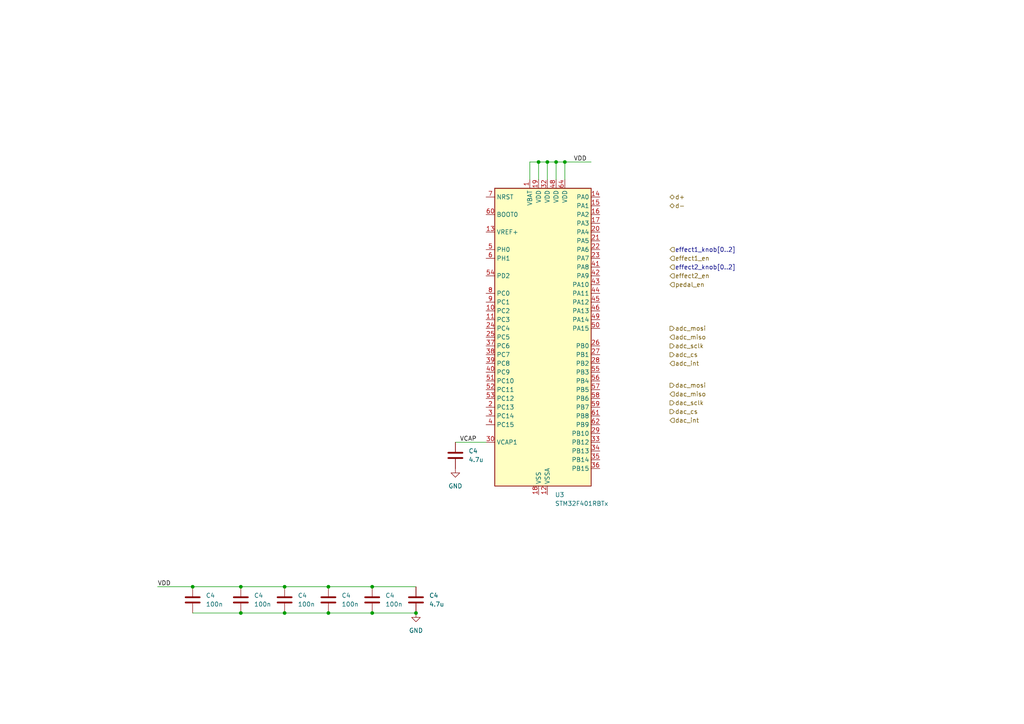
<source format=kicad_sch>
(kicad_sch (version 20230121) (generator eeschema)
  (paper "A4")
  (lib_symbols
    (symbol "Device:C" (pin_numbers hide) (pin_names (offset 0.254))
      (property "Reference" "C" (at 0.635 2.54 0))
      (property "Value" "C" (at 0.635 -2.54 0))
      (symbol "C_0_1"
        (polyline (pts (xy -2.032 -0.762) (xy 2.032 -0.762)) (stroke (width 0.508)))
        (polyline (pts (xy -2.032 0.762) (xy 2.032 0.762)) (stroke (width 0.508)))
      )
      (symbol "C_1_1"
        (pin passive line (at 0 3.81 270) (length 2.794) (name "~") (number "1"))
        (pin passive line (at 0 -3.81 90) (length 2.794) (name "~") (number "2"))
      )
    )
    (symbol "MCU_ST_STM32F4:STM32F401RBTx"
      (property "Reference" "U" (at -12.7 44.45 0))
      (property "Value" "STM32F401RBTx" (at 10.16 44.45 0))
      (symbol "STM32F401RBTx_0_1"
        (rectangle (start -12.7 -43.18) (end 15.24 43.18) (stroke (width 0.254)) (fill (type background)))
      )
      (symbol "STM32F401RBTx_1_1"
        (pin power_in line (at -2.54 45.72 270) (length 2.54) (name "VBAT") (number "1"))
        (pin bidirectional line (at -15.24 7.62 0) (length 2.54) (name "PC2") (number "10"))
        (pin bidirectional line (at -15.24 5.08 0) (length 2.54) (name "PC3") (number "11"))
        (pin power_in line (at 2.54 -45.72 90) (length 2.54) (name "VSSA") (number "12"))
        (pin input line (at -15.24 30.48 0) (length 2.54) (name "VREF+") (number "13"))
        (pin bidirectional line (at 17.78 40.64 180) (length 2.54) (name "PA0") (number "14"))
        (pin bidirectional line (at 17.78 38.1 180) (length 2.54) (name "PA1") (number "15"))
        (pin bidirectional line (at 17.78 35.56 180) (length 2.54) (name "PA2") (number "16"))
        (pin bidirectional line (at 17.78 33.02 180) (length 2.54) (name "PA3") (number "17"))
        (pin power_in line (at 0 -45.72 90) (length 2.54) (name "VSS") (number "18"))
        (pin power_in line (at 0 45.72 270) (length 2.54) (name "VDD") (number "19"))
        (pin bidirectional line (at -15.24 -20.32 0) (length 2.54) (name "PC13") (number "2"))
        (pin bidirectional line (at 17.78 30.48 180) (length 2.54) (name "PA4") (number "20"))
        (pin bidirectional line (at 17.78 27.94 180) (length 2.54) (name "PA5") (number "21"))
        (pin bidirectional line (at 17.78 25.4 180) (length 2.54) (name "PA6") (number "22"))
        (pin bidirectional line (at 17.78 22.86 180) (length 2.54) (name "PA7") (number "23"))
        (pin bidirectional line (at -15.24 2.54 0) (length 2.54) (name "PC4") (number "24"))
        (pin bidirectional line (at -15.24 0 0) (length 2.54) (name "PC5") (number "25"))
        (pin bidirectional line (at 17.78 -2.54 180) (length 2.54) (name "PB0") (number "26"))
        (pin bidirectional line (at 17.78 -5.08 180) (length 2.54) (name "PB1") (number "27"))
        (pin bidirectional line (at 17.78 -7.62 180) (length 2.54) (name "PB2") (number "28"))
        (pin bidirectional line (at 17.78 -27.94 180) (length 2.54) (name "PB10") (number "29"))
        (pin bidirectional line (at -15.24 -22.86 0) (length 2.54) (name "PC14") (number "3"))
        (pin power_out line (at -15.24 -30.48 0) (length 2.54) (name "VCAP1") (number "30"))
        (pin passive line (at 0 -45.72 90) (length 2.54) hide (name "VSS") (number "31"))
        (pin power_in line (at 2.54 45.72 270) (length 2.54) (name "VDD") (number "32"))
        (pin bidirectional line (at 17.78 -30.48 180) (length 2.54) (name "PB12") (number "33"))
        (pin bidirectional line (at 17.78 -33.02 180) (length 2.54) (name "PB13") (number "34"))
        (pin bidirectional line (at 17.78 -35.56 180) (length 2.54) (name "PB14") (number "35"))
        (pin bidirectional line (at 17.78 -38.1 180) (length 2.54) (name "PB15") (number "36"))
        (pin bidirectional line (at -15.24 -2.54 0) (length 2.54) (name "PC6") (number "37"))
        (pin bidirectional line (at -15.24 -5.08 0) (length 2.54) (name "PC7") (number "38"))
        (pin bidirectional line (at -15.24 -7.62 0) (length 2.54) (name "PC8") (number "39"))
        (pin bidirectional line (at -15.24 -25.4 0) (length 2.54) (name "PC15") (number "4"))
        (pin bidirectional line (at -15.24 -10.16 0) (length 2.54) (name "PC9") (number "40"))
        (pin bidirectional line (at 17.78 20.32 180) (length 2.54) (name "PA8") (number "41"))
        (pin bidirectional line (at 17.78 17.78 180) (length 2.54) (name "PA9") (number "42"))
        (pin bidirectional line (at 17.78 15.24 180) (length 2.54) (name "PA10") (number "43"))
        (pin bidirectional line (at 17.78 12.7 180) (length 2.54) (name "PA11") (number "44"))
        (pin bidirectional line (at 17.78 10.16 180) (length 2.54) (name "PA12") (number "45"))
        (pin bidirectional line (at 17.78 7.62 180) (length 2.54) (name "PA13") (number "46"))
        (pin passive line (at 0 -45.72 90) (length 2.54) hide (name "VSS") (number "47"))
        (pin power_in line (at 5.08 45.72 270) (length 2.54) (name "VDD") (number "48"))
        (pin bidirectional line (at 17.78 5.08 180) (length 2.54) (name "PA14") (number "49"))
        (pin bidirectional line (at -15.24 25.4 0) (length 2.54) (name "PH0") (number "5"))
        (pin bidirectional line (at 17.78 2.54 180) (length 2.54) (name "PA15") (number "50"))
        (pin bidirectional line (at -15.24 -12.7 0) (length 2.54) (name "PC10") (number "51"))
        (pin bidirectional line (at -15.24 -15.24 0) (length 2.54) (name "PC11") (number "52"))
        (pin bidirectional line (at -15.24 -17.78 0) (length 2.54) (name "PC12") (number "53"))
        (pin bidirectional line (at -15.24 17.78 0) (length 2.54) (name "PD2") (number "54"))
        (pin bidirectional line (at 17.78 -10.16 180) (length 2.54) (name "PB3") (number "55"))
        (pin bidirectional line (at 17.78 -12.7 180) (length 2.54) (name "PB4") (number "56"))
        (pin bidirectional line (at 17.78 -15.24 180) (length 2.54) (name "PB5") (number "57"))
        (pin bidirectional line (at 17.78 -17.78 180) (length 2.54) (name "PB6") (number "58"))
        (pin bidirectional line (at 17.78 -20.32 180) (length 2.54) (name "PB7") (number "59"))
        (pin bidirectional line (at -15.24 22.86 0) (length 2.54) (name "PH1") (number "6"))
        (pin input line (at -15.24 35.56 0) (length 2.54) (name "BOOT0") (number "60"))
        (pin bidirectional line (at 17.78 -22.86 180) (length 2.54) (name "PB8") (number "61"))
        (pin bidirectional line (at 17.78 -25.4 180) (length 2.54) (name "PB9") (number "62"))
        (pin passive line (at 0 -45.72 90) (length 2.54) hide (name "VSS") (number "63"))
        (pin power_in line (at 7.62 45.72 270) (length 2.54) (name "VDD") (number "64"))
        (pin input line (at -15.24 40.64 0) (length 2.54) (name "NRST") (number "7"))
        (pin bidirectional line (at -15.24 12.7 0) (length 2.54) (name "PC0") (number "8"))
        (pin bidirectional line (at -15.24 10.16 0) (length 2.54) (name "PC1") (number "9"))
      )
    )
    (symbol "power:GND" (power) (pin_names (offset 0))
      (property "Value" "GND" (at 0 -3.81 0))
      (symbol "GND_0_1"
        (polyline (pts (xy 0 0) (xy 0 -1.27) (xy 1.27 -1.27) (xy 0 -2.54) (xy -1.27 -1.27) (xy 0 -1.27)))
      )
      (symbol "GND_1_1"
        (pin power_in line (at 0 0 270) (length 0) hide (name "GND") (number "1"))
      )
    )
  )
  (junction (at 120.65 177.8))
  (junction (at 82.55 170.18))
  (junction (at 156.21 46.99))
  (junction (at 69.85 177.8))
  (junction (at 107.95 177.8))
  (junction (at 95.25 170.18))
  (junction (at 95.25 177.8))
  (junction (at 158.75 46.99))
  (junction (at 55.88 170.18))
  (junction (at 82.55 177.8))
  (junction (at 69.85 170.18))
  (junction (at 163.83 46.99))
  (junction (at 107.95 170.18))
  (junction (at 161.29 46.99))
  (wire (pts (xy 45.72 170.18) (xy 55.88 170.18)))
  (wire (pts (xy 156.21 46.99) (xy 156.21 52.07)))
  (wire (pts (xy 161.29 46.99) (xy 161.29 52.07)))
  (wire (pts (xy 153.67 46.99) (xy 153.67 52.07)))
  (wire (pts (xy 95.25 177.8) (xy 107.95 177.8)))
  (wire (pts (xy 82.55 177.8) (xy 95.25 177.8)))
  (wire (pts (xy 107.95 170.18) (xy 120.65 170.18)))
  (wire (pts (xy 158.75 46.99) (xy 156.21 46.99)))
  (wire (pts (xy 163.83 46.99) (xy 163.83 52.07)))
  (wire (pts (xy 161.29 46.99) (xy 158.75 46.99)))
  (wire (pts (xy 163.83 46.99) (xy 171.45 46.99)))
  (wire (pts (xy 55.88 177.8) (xy 69.85 177.8)))
  (wire (pts (xy 156.21 46.99) (xy 153.67 46.99)))
  (wire (pts (xy 69.85 177.8) (xy 82.55 177.8)))
  (wire (pts (xy 107.95 177.8) (xy 120.65 177.8)))
  (wire (pts (xy 132.08 128.27) (xy 140.97 128.27)))
  (wire (pts (xy 158.75 46.99) (xy 158.75 52.07)))
  (wire (pts (xy 82.55 170.18) (xy 95.25 170.18)))
  (wire (pts (xy 55.88 170.18) (xy 69.85 170.18)))
  (wire (pts (xy 95.25 170.18) (xy 107.95 170.18)))
  (wire (pts (xy 69.85 170.18) (xy 82.55 170.18)))
  (wire (pts (xy 163.83 46.99) (xy 161.29 46.99)))
  (label "VDD" (at 166.37 46.99 0))
  (label "VDD" (at 45.72 170.18 0))
  (label "VCAP" (at 133.35 128.27 0))
  (hierarchical_label "adc_int" (shape input) (at 194.31 105.41 0))
  (hierarchical_label "adc_mosi" (shape output) (at 194.31 95.25 0))
  (hierarchical_label "d-" (shape bidirectional) (at 194.31 59.69 0))
  (hierarchical_label "adc_sclk" (shape output) (at 194.31 100.33 0))
  (hierarchical_label "dac_cs" (shape output) (at 194.31 119.38 0))
  (hierarchical_label "dac_int" (shape input) (at 194.31 121.92 0))
  (hierarchical_label "effect1_knob[0..2]" (shape input) (at 194.31 72.39 0))
  (hierarchical_label "adc_cs" (shape output) (at 194.31 102.87 0))
  (hierarchical_label "dac_sclk" (shape output) (at 194.31 116.84 0))
  (hierarchical_label "effect1_en" (shape input) (at 194.31 74.93 0))
  (hierarchical_label "pedal_en" (shape input) (at 194.31 82.55 0))
  (hierarchical_label "dac_miso" (shape input) (at 194.31 114.3 0))
  (hierarchical_label "effect2_knob[0..2]" (shape input) (at 194.31 77.47 0))
  (hierarchical_label "effect2_en" (shape input) (at 194.31 80.01 0))
  (hierarchical_label "d+" (shape bidirectional) (at 194.31 57.15 0))
  (hierarchical_label "adc_miso" (shape input) (at 194.31 97.79 0))
  (hierarchical_label "dac_mosi" (shape output) (at 194.31 111.76 0))
  (symbol (lib_id "Device:C") (at 82.55 173.99 0) (unit 1)
    (property "Reference" "C4" (at 86.36 172.72 0) (effects (justify left)))
    (property "Value" "100n" (at 86.36 175.26 0) (effects (justify left)))
    (property "Footprint" "Capacitor_SMD:C_0805_2012Metric" (effects hide))
    (instances (project "guitar-pedal" (path "" (reference "C4") (unit 1)) (path "" (reference "C12") (unit 1))))
  )
  (symbol (lib_id "Device:C") (at 55.88 173.99 0) (unit 1)
    (property "Reference" "C4" (at 59.69 172.72 0) (effects (justify left)))
    (property "Value" "100n" (at 59.69 175.26 0) (effects (justify left)))
    (property "Footprint" "Capacitor_SMD:C_0805_2012Metric" (effects hide))
    (instances (project "guitar-pedal" (path "" (reference "C4") (unit 1)) (path "" (reference "C14") (unit 1))))
  )
  (symbol (lib_id "Device:C") (at 107.95 173.99 0) (unit 1)
    (property "Reference" "C4" (at 111.76 172.72 0) (effects (justify left)))
    (property "Value" "100n" (at 111.76 175.26 0) (effects (justify left)))
    (property "Footprint" "Capacitor_SMD:C_0805_2012Metric" (effects hide))
    (instances (project "guitar-pedal" (path "" (reference "C4") (unit 1)) (path "" (reference "C15") (unit 1))))
  )
  (symbol (lib_id "MCU_ST_STM32F4:STM32F401RBTx") (at 156.21 97.79 0) (unit 1)
    (property "Reference" "U3" (at 160.9441 143.51 0) (effects (justify left)))
    (property "Value" "STM32F401RBTx" (at 160.9441 146.05 0) (effects (justify left)))
    (property "Footprint" "Package_QFP:LQFP-64_10x10mm_P0.5mm" (effects hide))
    (property "Datasheet" "https://www.st.com/resource/en/datasheet/stm32f401rb.pdf" (effects hide))
  )
  (symbol (lib_id "Device:C") (at 69.85 173.99 0) (unit 1)
    (property "Reference" "C4" (at 73.66 172.72 0) (effects (justify left)))
    (property "Value" "100n" (at 73.66 175.26 0) (effects (justify left)))
    (property "Footprint" "Capacitor_SMD:C_0805_2012Metric" (effects hide))
    (instances (project "guitar-pedal" (path "" (reference "C4") (unit 1)) (path "" (reference "C10") (unit 1))))
  )
  (symbol (lib_id "Device:C") (at 120.65 173.99 0) (unit 1)
    (property "Reference" "C4" (at 124.46 172.72 0) (effects (justify left)))
    (property "Value" "4.7u" (at 124.46 175.26 0) (effects (justify left)))
    (property "Footprint" "Capacitor_SMD:C_0805_2012Metric" (effects hide))
    (instances (project "guitar-pedal" (path "" (reference "C4") (unit 1)) (path "" (reference "C16") (unit 1))))
  )
  (symbol (lib_id "Device:C") (at 132.08 132.08 0) (unit 1)
    (property "Reference" "C4" (at 135.89 130.81 0) (effects (justify left)))
    (property "Value" "4.7u" (at 135.89 133.35 0) (effects (justify left)))
    (property "Footprint" "Capacitor_SMD:C_0805_2012Metric" (effects hide))
    (instances (project "guitar-pedal" (path "" (reference "C4") (unit 1)) (path "" (reference "C11") (unit 1))))
  )
  (symbol (lib_id "power:GND") (at 132.08 135.89 0) (unit 1)
    (property "Reference" "#PWR022" (effects hide))
    (property "Value" "GND" (at 132.08 140.97 0))
  )
  (symbol (lib_id "power:GND") (at 120.65 177.8 0) (unit 1)
    (property "Reference" "#PWR021" (effects hide))
    (property "Value" "GND" (at 120.65 182.88 0))
  )
  (symbol (lib_id "Device:C") (at 95.25 173.99 0) (unit 1)
    (property "Reference" "C4" (at 99.06 172.72 0) (effects (justify left)))
    (property "Value" "100n" (at 99.06 175.26 0) (effects (justify left)))
    (property "Footprint" "Capacitor_SMD:C_0805_2012Metric" (effects hide))
    (instances (project "guitar-pedal" (path "" (reference "C4") (unit 1)) (path "" (reference "C13") (unit 1))))
  )
)
</source>
